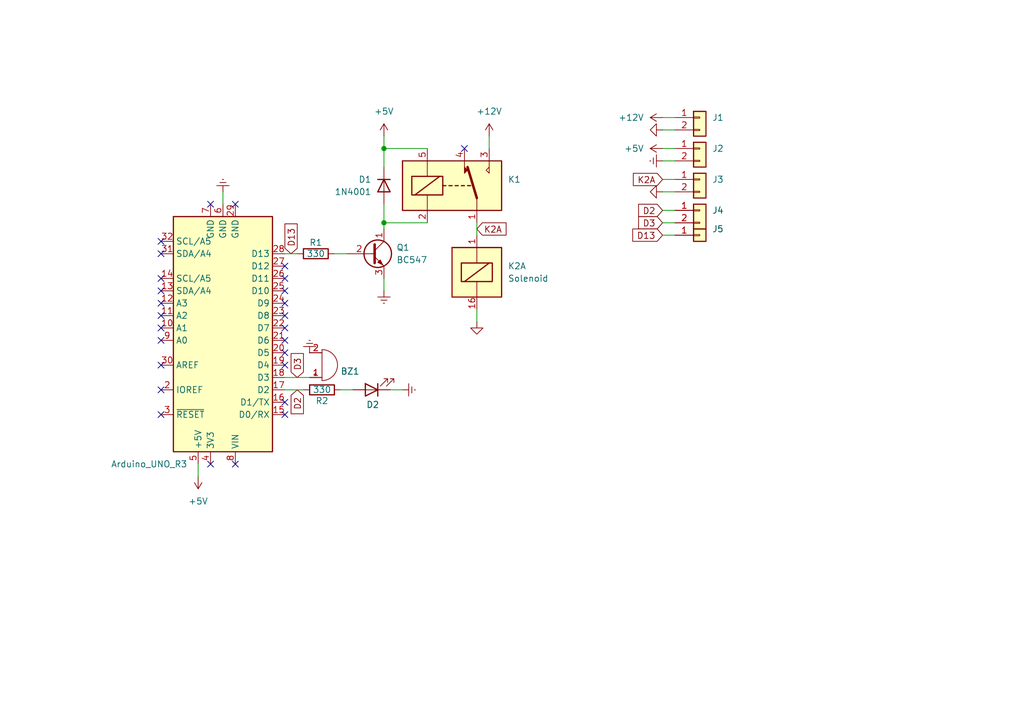
<source format=kicad_sch>
(kicad_sch (version 20231120) (generator "eeschema") (generator_version "8.0")
  (paper "A5")
  (lib_symbols
    (symbol "Connector_Generic:Conn_01x01" (pin_names (offset 1.016) hide)
      (property "Reference" "J" (at 0 2.54 0))
      (property "Value" "Conn_01x01" (at 0 -2.54 0))
      (symbol "Conn_01x01_1_1"
        (rectangle (start -1.27 0.127) (end 0 -0.127) (stroke (width 0.1524)))
        (rectangle (start -1.27 1.27) (end 1.27 -1.27) (stroke (width 0.254)) (fill (type background)))
        (pin passive line (at -5.08 0 0) (length 3.81) (name "Pin_1") (number "1"))
      )
    )
    (symbol "Connector_Generic:Conn_01x02" (pin_names (offset 1.016) hide)
      (property "Reference" "J" (at 0 2.54 0))
      (property "Value" "Conn_01x02" (at 0 -5.08 0))
      (symbol "Conn_01x02_1_1"
        (rectangle (start -1.27 -2.413) (end 0 -2.667) (stroke (width 0.1524)))
        (rectangle (start -1.27 0.127) (end 0 -0.127) (stroke (width 0.1524)))
        (rectangle (start -1.27 1.27) (end 1.27 -3.81) (stroke (width 0.254)) (fill (type background)))
        (pin passive line (at -5.08 0 0) (length 3.81) (name "Pin_1") (number "1"))
        (pin passive line (at -5.08 -2.54 0) (length 3.81) (name "Pin_2") (number "2"))
      )
    )
    (symbol "Device:Buzzer" (pin_names (offset 0.0254) hide)
      (property "Reference" "BZ" (at 3.81 1.27 0))
      (property "Value" "Buzzer" (at 3.81 -1.27 0))
      (symbol "Buzzer_0_1"
        (arc (start 0 -3.175) (mid 3.1612 0) (end 0 3.175))
        (polyline (pts (xy -1.651 1.905) (xy -1.143 1.905)))
        (polyline (pts (xy -1.397 2.159) (xy -1.397 1.651)))
        (polyline (pts (xy 0 3.175) (xy 0 -3.175)))
      )
      (symbol "Buzzer_1_1"
        (pin passive line (at -2.54 2.54 0) (length 2.54) (name "+") (number "1"))
        (pin passive line (at -2.54 -2.54 0) (length 2.54) (name "-") (number "2"))
      )
    )
    (symbol "Device:LED" (pin_numbers hide) (pin_names (offset 1.016) hide)
      (property "Reference" "D" (at 0 2.54 0))
      (property "Value" "LED" (at 0 -2.54 0))
      (symbol "LED_0_1"
        (polyline (pts (xy -1.27 -1.27) (xy -1.27 1.27)) (stroke (width 0.254)))
        (polyline (pts (xy -1.27 0) (xy 1.27 0)))
        (polyline (pts (xy 1.27 -1.27) (xy 1.27 1.27) (xy -1.27 0) (xy 1.27 -1.27)) (stroke (width 0.254)))
        (polyline (pts (xy -3.048 -0.762) (xy -4.572 -2.286) (xy -3.81 -2.286) (xy -4.572 -2.286) (xy -4.572 -1.524)))
        (polyline (pts (xy -1.778 -0.762) (xy -3.302 -2.286) (xy -2.54 -2.286) (xy -3.302 -2.286) (xy -3.302 -1.524)))
      )
      (symbol "LED_1_1"
        (pin passive line (at -3.81 0 0) (length 2.54) (name "K") (number "1"))
        (pin passive line (at 3.81 0 180) (length 2.54) (name "A") (number "2"))
      )
    )
    (symbol "Device:R" (pin_numbers hide) (pin_names (offset 0))
      (property "Reference" "R" (at 2.032 0 90))
      (property "Value" "R" (at 0 0 90))
      (symbol "R_0_1"
        (rectangle (start -1.016 -2.54) (end 1.016 2.54) (stroke (width 0.254)))
      )
      (symbol "R_1_1"
        (pin passive line (at 0 3.81 270) (length 1.27) (name "~") (number "1"))
        (pin passive line (at 0 -3.81 90) (length 1.27) (name "~") (number "2"))
      )
    )
    (symbol "Diode:1N4001" (pin_numbers hide) (pin_names hide)
      (property "Reference" "D" (at 0 2.54 0))
      (property "Value" "1N4001" (at 0 -2.54 0))
      (symbol "1N4001_0_1"
        (polyline (pts (xy -1.27 1.27) (xy -1.27 -1.27)) (stroke (width 0.254)))
        (polyline (pts (xy 1.27 0) (xy -1.27 0)))
        (polyline (pts (xy 1.27 1.27) (xy 1.27 -1.27) (xy -1.27 0) (xy 1.27 1.27)) (stroke (width 0.254)))
      )
      (symbol "1N4001_1_1"
        (pin passive line (at -3.81 0 0) (length 2.54) (name "K") (number "1"))
        (pin passive line (at 3.81 0 180) (length 2.54) (name "A") (number "2"))
      )
    )
    (symbol "MCU_Module:Arduino_UNO_R3"
      (property "Reference" "A" (at -10.16 23.495 0))
      (property "Value" "Arduino_UNO_R3" (at 5.08 -26.67 0))
      (symbol "Arduino_UNO_R3_0_1"
        (rectangle (start -10.16 22.86) (end 10.16 -25.4) (stroke (width 0.254)) (fill (type background)))
      )
      (symbol "Arduino_UNO_R3_1_1"
        (pin no_connect line (at -10.16 -20.32 0) (length 2.54) hide (name "NC") (number "1"))
        (pin bidirectional line (at 12.7 -2.54 180) (length 2.54) (name "A1") (number "10"))
        (pin bidirectional line (at 12.7 -5.08 180) (length 2.54) (name "A2") (number "11"))
        (pin bidirectional line (at 12.7 -7.62 180) (length 2.54) (name "A3") (number "12"))
        (pin bidirectional line (at 12.7 -10.16 180) (length 2.54) (name "SDA/A4") (number "13"))
        (pin bidirectional line (at 12.7 -12.7 180) (length 2.54) (name "SCL/A5") (number "14"))
        (pin bidirectional line (at -12.7 15.24 0) (length 2.54) (name "D0/RX") (number "15"))
        (pin bidirectional line (at -12.7 12.7 0) (length 2.54) (name "D1/TX") (number "16"))
        (pin bidirectional line (at -12.7 10.16 0) (length 2.54) (name "D2") (number "17"))
        (pin bidirectional line (at -12.7 7.62 0) (length 2.54) (name "D3") (number "18"))
        (pin bidirectional line (at -12.7 5.08 0) (length 2.54) (name "D4") (number "19"))
        (pin output line (at 12.7 10.16 180) (length 2.54) (name "IOREF") (number "2"))
        (pin bidirectional line (at -12.7 2.54 0) (length 2.54) (name "D5") (number "20"))
        (pin bidirectional line (at -12.7 0 0) (length 2.54) (name "D6") (number "21"))
        (pin bidirectional line (at -12.7 -2.54 0) (length 2.54) (name "D7") (number "22"))
        (pin bidirectional line (at -12.7 -5.08 0) (length 2.54) (name "D8") (number "23"))
        (pin bidirectional line (at -12.7 -7.62 0) (length 2.54) (name "D9") (number "24"))
        (pin bidirectional line (at -12.7 -10.16 0) (length 2.54) (name "D10") (number "25"))
        (pin bidirectional line (at -12.7 -12.7 0) (length 2.54) (name "D11") (number "26"))
        (pin bidirectional line (at -12.7 -15.24 0) (length 2.54) (name "D12") (number "27"))
        (pin bidirectional line (at -12.7 -17.78 0) (length 2.54) (name "D13") (number "28"))
        (pin power_in line (at -2.54 -27.94 90) (length 2.54) (name "GND") (number "29"))
        (pin input line (at 12.7 15.24 180) (length 2.54) (name "~{RESET}") (number "3"))
        (pin input line (at 12.7 5.08 180) (length 2.54) (name "AREF") (number "30"))
        (pin bidirectional line (at 12.7 -17.78 180) (length 2.54) (name "SDA/A4") (number "31"))
        (pin bidirectional line (at 12.7 -20.32 180) (length 2.54) (name "SCL/A5") (number "32"))
        (pin power_out line (at 2.54 25.4 270) (length 2.54) (name "3V3") (number "4"))
        (pin power_out line (at 5.08 25.4 270) (length 2.54) (name "+5V") (number "5"))
        (pin power_in line (at 0 -27.94 90) (length 2.54) (name "GND") (number "6"))
        (pin power_in line (at 2.54 -27.94 90) (length 2.54) (name "GND") (number "7"))
        (pin power_in line (at -2.54 25.4 270) (length 2.54) (name "VIN") (number "8"))
        (pin bidirectional line (at 12.7 0 180) (length 2.54) (name "A0") (number "9"))
      )
    )
    (symbol "Relay:G5V-2_Split"
      (property "Reference" "K" (at 6.35 1.27 0))
      (property "Value" "G5V-2_Split" (at 6.35 -1.27 0))
      (symbol "G5V-2_Split_1_1"
        (rectangle (start -5.08 5.08) (end 5.08 -5.08) (stroke (width 0.254)) (fill (type background)))
        (rectangle (start -3.175 1.905) (end 3.175 -1.905) (stroke (width 0.254)))
        (polyline (pts (xy -2.54 -1.905) (xy 2.54 1.905)) (stroke (width 0.254)))
        (polyline (pts (xy 0 -5.08) (xy 0 -1.905)))
        (polyline (pts (xy 0 5.08) (xy 0 1.905)))
        (pin passive line (at 0 7.62 270) (length 2.54) (name "~") (number "1"))
        (pin passive line (at 0 -7.62 90) (length 2.54) (name "~") (number "16"))
      )
      (symbol "G5V-2_Split_2_1"
        (polyline (pts (xy 0 -2.54) (xy -1.905 3.81)) (stroke (width 0.508)))
        (polyline (pts (xy 0 -2.54) (xy 0 -5.08)))
        (polyline (pts (xy -2.54 5.08) (xy -2.54 2.54) (xy -1.905 3.175) (xy -2.54 3.81)) (fill (type outline)))
        (polyline (pts (xy 2.54 5.08) (xy 2.54 2.54) (xy 1.905 3.175) (xy 2.54 3.81)))
        (pin passive line (at 0 -7.62 90) (length 2.54) (name "~") (number "4"))
        (pin passive line (at -2.54 7.62 270) (length 2.54) (name "~") (number "6"))
        (pin passive line (at 2.54 7.62 270) (length 2.54) (name "~") (number "8"))
      )
      (symbol "G5V-2_Split_3_1"
        (polyline (pts (xy 0 -2.54) (xy -1.905 3.81)) (stroke (width 0.508)))
        (polyline (pts (xy 0 -2.54) (xy 0 -5.08)))
        (polyline (pts (xy -2.54 5.08) (xy -2.54 2.54) (xy -1.905 3.175) (xy -2.54 3.81)) (fill (type outline)))
        (polyline (pts (xy 2.54 5.08) (xy 2.54 2.54) (xy 1.905 3.175) (xy 2.54 3.81)))
        (pin passive line (at -2.54 7.62 270) (length 2.54) (name "~") (number "11"))
        (pin passive line (at 0 -7.62 90) (length 2.54) (name "~") (number "13"))
        (pin passive line (at 2.54 7.62 270) (length 2.54) (name "~") (number "9"))
      )
    )
    (symbol "Relay:SANYOU_SRD_Form_C"
      (property "Reference" "K" (at 11.43 3.81 0))
      (property "Value" "SANYOU_SRD_Form_C" (at 11.43 1.27 0))
      (symbol "SANYOU_SRD_Form_C_0_0"
        (polyline (pts (xy 7.62 5.08) (xy 7.62 2.54) (xy 6.985 3.175) (xy 7.62 3.81)))
      )
      (symbol "SANYOU_SRD_Form_C_0_1"
        (rectangle (start -10.16 5.08) (end 10.16 -5.08) (stroke (width 0.254)) (fill (type background)))
        (rectangle (start -8.255 1.905) (end -1.905 -1.905) (stroke (width 0.254)))
        (polyline (pts (xy -7.62 -1.905) (xy -2.54 1.905)) (stroke (width 0.254)))
        (polyline (pts (xy -5.08 -5.08) (xy -5.08 -1.905)))
        (polyline (pts (xy -5.08 5.08) (xy -5.08 1.905)))
        (polyline (pts (xy -1.905 0) (xy -1.27 0)) (stroke (width 0.254)))
        (polyline (pts (xy -0.635 0) (xy 0 0)) (stroke (width 0.254)))
        (polyline (pts (xy 0.635 0) (xy 1.27 0)) (stroke (width 0.254)))
        (polyline (pts (xy 1.905 0) (xy 2.54 0)) (stroke (width 0.254)))
        (polyline (pts (xy 3.175 0) (xy 3.81 0)) (stroke (width 0.254)))
        (polyline (pts (xy 5.08 -2.54) (xy 3.175 3.81)) (stroke (width 0.508)))
        (polyline (pts (xy 5.08 -2.54) (xy 5.08 -5.08)))
      )
      (symbol "SANYOU_SRD_Form_C_1_1"
        (polyline (pts (xy 2.54 3.81) (xy 3.175 3.175) (xy 2.54 2.54) (xy 2.54 5.08)) (fill (type outline)))
        (pin passive line (at 5.08 -7.62 90) (length 2.54) (name "~") (number "1"))
        (pin passive line (at -5.08 -7.62 90) (length 2.54) (name "~") (number "2"))
        (pin passive line (at 7.62 7.62 270) (length 2.54) (name "~") (number "3"))
        (pin passive line (at 2.54 7.62 270) (length 2.54) (name "~") (number "4"))
        (pin passive line (at -5.08 7.62 270) (length 2.54) (name "~") (number "5"))
      )
    )
    (symbol "Transistor_BJT:BC547" (pin_names (offset 0) hide)
      (property "Reference" "Q" (at 5.08 1.905 0))
      (property "Value" "BC547" (at 5.08 0 0))
      (symbol "BC547_0_1"
        (polyline (pts (xy 0 0) (xy 0.635 0)))
        (polyline (pts (xy 0.635 0.635) (xy 2.54 2.54)))
        (polyline (pts (xy 0.635 -0.635) (xy 2.54 -2.54) (xy 2.54 -2.54)))
        (polyline (pts (xy 0.635 1.905) (xy 0.635 -1.905) (xy 0.635 -1.905)) (stroke (width 0.508)))
        (polyline (pts (xy 1.27 -1.778) (xy 1.778 -1.27) (xy 2.286 -2.286) (xy 1.27 -1.778) (xy 1.27 -1.778)) (fill (type outline)))
        (circle (center 1.27 0) (radius 2.8194) (stroke (width 0.254)))
      )
      (symbol "BC547_1_1"
        (pin passive line (at 2.54 5.08 270) (length 2.54) (name "C") (number "1"))
        (pin input line (at -5.08 0 0) (length 5.08) (name "B") (number "2"))
        (pin passive line (at 2.54 -5.08 90) (length 2.54) (name "E") (number "3"))
      )
    )
    (symbol "power:+12V" (power) (pin_numbers hide) (pin_names (offset 0) hide)
      (property "Value" "+12V" (at 0 3.556 0))
      (symbol "+12V_0_1"
        (polyline (pts (xy -0.762 1.27) (xy 0 2.54)))
        (polyline (pts (xy 0 0) (xy 0 2.54)))
        (polyline (pts (xy 0 2.54) (xy 0.762 1.27)))
      )
      (symbol "+12V_1_1"
        (pin power_in line (at 0 0 90) (length 0) (name "~") (number "1"))
      )
    )
    (symbol "power:GND1" (power) (pin_numbers hide) (pin_names (offset 0) hide)
      (property "Value" "GND1" (at 0 -3.81 0))
      (symbol "GND1_0_1"
        (polyline (pts (xy 0 0) (xy 0 -1.27) (xy 1.27 -1.27) (xy 0 -2.54) (xy -1.27 -1.27) (xy 0 -1.27)))
      )
      (symbol "GND1_1_1"
        (pin power_in line (at 0 0 270) (length 0) (name "~") (number "1"))
      )
    )
    (symbol "power:GNDREF" (power) (pin_numbers hide) (pin_names (offset 0) hide)
      (property "Value" "GNDREF" (at 0 -3.81 0))
      (symbol "GNDREF_0_1"
        (polyline (pts (xy -0.635 -1.905) (xy 0.635 -1.905)))
        (polyline (pts (xy -0.127 -2.54) (xy 0.127 -2.54)))
        (polyline (pts (xy 0 -1.27) (xy 0 0)))
        (polyline (pts (xy 1.27 -1.27) (xy -1.27 -1.27)))
      )
      (symbol "GNDREF_1_1"
        (pin power_in line (at 0 0 270) (length 0) (name "~") (number "1"))
      )
    )
  )
  (junction (at 78.74 30.48))
  (junction (at 78.74 45.72))
  (no_connect (at 33.02 64.77))
  (no_connect (at 43.18 95.25))
  (no_connect (at 33.02 57.15))
  (no_connect (at 58.42 62.23))
  (no_connect (at 58.42 57.15))
  (no_connect (at 58.42 67.31))
  (no_connect (at 33.02 52.07))
  (no_connect (at 33.02 69.85))
  (no_connect (at 33.02 74.93))
  (no_connect (at 48.26 41.91))
  (no_connect (at 43.18 41.91))
  (no_connect (at 48.26 95.25))
  (no_connect (at 58.42 64.77))
  (no_connect (at 33.02 49.53))
  (no_connect (at 58.42 72.39))
  (no_connect (at 58.42 74.93))
  (no_connect (at 33.02 62.23))
  (no_connect (at 33.02 85.09))
  (no_connect (at 58.42 85.09))
  (no_connect (at 58.42 59.69))
  (no_connect (at 58.42 69.85))
  (no_connect (at 58.42 54.61))
  (no_connect (at 33.02 59.69))
  (no_connect (at 33.02 67.31))
  (no_connect (at 58.42 82.55))
  (no_connect (at 95.25 30.48))
  (no_connect (at 33.02 80.01))
  (wire (pts (xy 78.74 30.48) (xy 78.74 34.29)))
  (wire (pts (xy 78.74 27.94) (xy 78.74 30.48)))
  (wire (pts (xy 58.42 77.47) (xy 63.5 77.47)))
  (wire (pts (xy 71.12 52.07) (xy 68.58 52.07)))
  (wire (pts (xy 138.43 30.48) (xy 135.89 30.48)))
  (wire (pts (xy 100.33 27.94) (xy 100.33 30.48)))
  (wire (pts (xy 138.43 39.37) (xy 135.89 39.37)))
  (wire (pts (xy 135.89 43.18) (xy 138.43 43.18)))
  (wire (pts (xy 78.74 57.15) (xy 78.74 59.69)))
  (wire (pts (xy 78.74 45.72) (xy 87.63 45.72)))
  (wire (pts (xy 40.64 97.79) (xy 40.64 95.25)))
  (wire (pts (xy 87.63 30.48) (xy 78.74 30.48)))
  (wire (pts (xy 60.96 52.07) (xy 58.42 52.07)))
  (wire (pts (xy 97.79 63.5) (xy 97.79 66.04)))
  (wire (pts (xy 72.39 80.01) (xy 69.85 80.01)))
  (wire (pts (xy 45.72 39.37) (xy 45.72 41.91)))
  (wire (pts (xy 135.89 45.72) (xy 138.43 45.72)))
  (wire (pts (xy 138.43 24.13) (xy 135.89 24.13)))
  (wire (pts (xy 135.89 48.26) (xy 138.43 48.26)))
  (wire (pts (xy 138.43 26.67) (xy 135.89 26.67)))
  (wire (pts (xy 97.79 48.26) (xy 97.79 45.72)))
  (wire (pts (xy 62.23 80.01) (xy 58.42 80.01)))
  (wire (pts (xy 78.74 41.91) (xy 78.74 45.72)))
  (wire (pts (xy 78.74 45.72) (xy 78.74 46.99)))
  (wire (pts (xy 138.43 33.02) (xy 135.89 33.02)))
  (wire (pts (xy 82.55 80.01) (xy 80.01 80.01)))
  (wire (pts (xy 138.43 36.83) (xy 135.89 36.83)))
  (global_label "D13" (shape input) (at 135.89 48.26 180) (property "Intersheetrefs" "${INTERSHEET_REFS}" (effects (hide yes))))
  (global_label "D3" (shape input) (at 60.96 77.47 90) (property "Intersheetrefs" "${INTERSHEET_REFS}" (effects (hide yes))))
  (global_label "D3" (shape input) (at 135.89 45.72 180) (property "Intersheetrefs" "${INTERSHEET_REFS}" (effects (hide yes))))
  (global_label "D13" (shape input) (at 59.69 52.07 90) (property "Intersheetrefs" "${INTERSHEET_REFS}" (effects (hide yes))))
  (global_label "K2A" (shape input) (at 135.89 36.83 180) (property "Intersheetrefs" "${INTERSHEET_REFS}" (effects (hide yes))))
  (global_label "D2" (shape input) (at 135.89 43.18 180) (property "Intersheetrefs" "${INTERSHEET_REFS}" (effects (hide yes))))
  (global_label "K2A" (shape input) (at 97.79 46.99 0) (property "Intersheetrefs" "${INTERSHEET_REFS}" (effects (hide yes))))
  (global_label "D2" (shape input) (at 60.96 80.01 270) (property "Intersheetrefs" "${INTERSHEET_REFS}" (effects (hide yes))))
  (symbol (lib_id "Transistor_BJT:BC547") (at 76.2 52.07 0) (unit 1)
    (property "Reference" "Q1" (at 81.28 50.7999 0) (effects (justify left)))
    (property "Value" "BC547" (at 81.28 53.3399 0) (effects (justify left)))
    (property "Footprint" "Package_TO_SOT_THT:TO-92_Inline" (effects (hide yes)))
    (property "Datasheet" "https://www.onsemi.com/pub/Collateral/BC550-D.pdf" (effects (hide yes)))
    (property "Description" "0.1A Ic, 45V Vce, Small Signal NPN Transistor, TO-92" (effects (hide yes)))
  )
  (symbol (lib_id "power:+12V") (at 78.74 27.94 0) (unit 1)
    (property "Reference" "#PWR07" (effects (hide yes)))
    (property "Value" "+5V" (at 78.74 22.86 0))
    (property "Description" "Power symbol creates a global label with name \"+12V\"" (effects (hide yes)))
  )
  (symbol (lib_id "Device:Buzzer") (at 66.04 74.93 0) (mirror x) (unit 1)
    (property "Reference" "BZ1" (at 69.85 76.2001 0) (effects (justify left)))
    (property "Value" "Buzzer" (effects (hide yes)))
    (property "Footprint" "Buzzer_Beeper:Buzzer_12x9.5RM7.6" (effects (hide yes)))
    (property "Description" "Buzzer, polarized" (effects (hide yes)))
  )
  (symbol (lib_id "Connector_Generic:Conn_01x01") (at 143.51 48.26 0) (unit 1)
    (property "Reference" "J5" (at 146.05 46.9899 0) (effects (justify left)))
    (property "Value" "Conn_01x01" (effects (hide yes)))
    (property "Footprint" "Connector_PinHeader_2.54mm:PinHeader_1x01_P2.54mm_Vertical" (effects (hide yes)))
    (property "Description" "Generic connector, single row, 01x01, script generated (kicad-library-utils/schlib/autogen/connector/)" (effects (hide yes)))
  )
  (symbol (lib_id "Diode:1N4001") (at 78.74 38.1 90) (mirror x) (unit 1)
    (property "Reference" "D1" (at 76.2 36.8299 90) (effects (justify left)))
    (property "Value" "1N4001" (at 76.2 39.3699 90) (effects (justify left)))
    (property "Footprint" "Diode_THT:D_DO-41_SOD81_P10.16mm_Horizontal" (effects (hide yes)))
    (property "Datasheet" "http://www.vishay.com/docs/88503/1n4001.pdf" (effects (hide yes)))
    (property "Description" "50V 1A General Purpose Rectifier Diode, DO-41" (effects (hide yes)))
    (property "Sim.Device" "D" (effects (hide yes)))
    (property "Sim.Pins" "1=K 2=A" (effects (hide yes)))
  )
  (symbol (lib_id "MCU_Module:Arduino_UNO_R3") (at 45.72 69.85 180) (unit 1) (on_board no)
    (property "Reference" "A1" (effects (hide yes)))
    (property "Value" "Arduino_UNO_R3" (at 38.4459 95.25 0) (effects (justify left)))
    (property "Footprint" "Module:Arduino_UNO_R3" (effects (hide yes)))
    (property "Datasheet" "https://www.arduino.cc/en/Main/arduinoBoardUno" (effects (hide yes)))
    (property "Description" "Arduino UNO Microcontroller Module, release 3" (effects (hide yes)))
  )
  (symbol (lib_id "Device:R") (at 64.77 52.07 90) (unit 1)
    (property "Reference" "R1" (at 64.77 49.784 90))
    (property "Value" "330" (at 64.77 52.07 90))
    (property "Footprint" "Resistor_SMD:R_1206_3216Metric" (effects (hide yes)))
    (property "Description" "Resistor" (effects (hide yes)))
  )
  (symbol (lib_id "Connector_Generic:Conn_01x02") (at 143.51 24.13 0) (unit 1)
    (property "Reference" "J1" (at 146.05 24.1299 0) (effects (justify left)))
    (property "Value" "Conn_01x02" (effects (hide yes)))
    (property "Footprint" "TerminalBlock_Phoenix:TerminalBlock_Phoenix_MKDS-1,5-2-5.08_1x02_P5.08mm_Horizontal" (effects (hide yes)))
    (property "Description" "Generic connector, single row, 01x02, script generated (kicad-library-utils/schlib/autogen/connector/)" (effects (hide yes)))
  )
  (symbol (lib_id "power:GNDREF") (at 45.72 39.37 180) (unit 1)
    (property "Reference" "#PWR05" (effects (hide yes)))
    (property "Value" "GNDREF" (effects (hide yes)))
    (property "Description" "Power symbol creates a global label with name \"GNDREF\" , reference supply ground" (effects (hide yes)))
  )
  (symbol (lib_id "power:GND1") (at 135.89 26.67 270) (unit 1)
    (property "Reference" "#PWR010" (effects (hide yes)))
    (property "Value" "GND1" (effects (hide yes)))
    (property "Description" "Power symbol creates a global label with name \"GND1\" , ground" (effects (hide yes)))
  )
  (symbol (lib_id "power:GND1") (at 135.89 39.37 270) (unit 1)
    (property "Reference" "#PWR02" (effects (hide yes)))
    (property "Value" "GND1" (effects (hide yes)))
    (property "Description" "Power symbol creates a global label with name \"GND1\" , ground" (effects (hide yes)))
  )
  (symbol (lib_id "Connector_Generic:Conn_01x02") (at 143.51 43.18 0) (unit 1)
    (property "Reference" "J4" (at 146.05 43.1799 0) (effects (justify left)))
    (property "Value" "Conn_01x02" (effects (hide yes)))
    (property "Footprint" "Connector_PinHeader_2.54mm:PinHeader_1x02_P2.54mm_Vertical" (effects (hide yes)))
    (property "Description" "Generic connector, single row, 01x02, script generated (kicad-library-utils/schlib/autogen/connector/)" (effects (hide yes)))
  )
  (symbol (lib_id "Device:LED") (at 76.2 80.01 180) (unit 1)
    (property "Reference" "D2" (at 76.454 83.058 0))
    (property "Value" "LED" (effects (hide yes)))
    (property "Footprint" "LED_SMD:LED_1206_3216Metric" (effects (hide yes)))
    (property "Description" "Light emitting diode" (effects (hide yes)))
  )
  (symbol (lib_id "power:GNDREF") (at 135.89 33.02 270) (unit 1)
    (property "Reference" "#PWR011" (effects (hide yes)))
    (property "Value" "GNDREF" (effects (hide yes)))
    (property "Description" "Power symbol creates a global label with name \"GNDREF\" , reference supply ground" (effects (hide yes)))
  )
  (symbol (lib_id "Device:R") (at 66.04 80.01 90) (mirror x) (unit 1)
    (property "Reference" "R2" (at 66.04 81.534 90) (effects (justify top)))
    (property "Value" "330" (at 66.04 79.248 90) (effects (justify top)))
    (property "Footprint" "Resistor_SMD:R_1206_3216Metric" (effects (hide yes)))
    (property "Description" "Resistor" (effects (hide yes)))
  )
  (symbol (lib_id "Relay:SANYOU_SRD_Form_C") (at 92.71 38.1 0) (unit 1)
    (property "Reference" "K1" (at 104.14 36.8299 0) (effects (justify left)))
    (property "Value" "SANYOU_SRD_Form_C" (effects (hide yes)))
    (property "Footprint" "Relay_THT:Relay_SPDT_SANYOU_SRD_Series_Form_C" (effects (hide yes)))
    (property "Datasheet" "http://www.sanyourelay.ca/public/products/pdf/SRD.pdf" (effects (hide yes)))
    (property "Description" "Sanyo SRD relay, Single Pole Miniature Power Relay," (effects (hide yes)))
  )
  (symbol (lib_id "Connector_Generic:Conn_01x02") (at 143.51 36.83 0) (unit 1)
    (property "Reference" "J3" (at 146.05 36.8299 0) (effects (justify left)))
    (property "Value" "Conn_01x02" (effects (hide yes)))
    (property "Footprint" "Connector_JST:JST_XH_B2B-XH-A_1x02_P2.50mm_Vertical" (effects (hide yes)))
    (property "Description" "Generic connector, single row, 01x02, script generated (kicad-library-utils/schlib/autogen/connector/)" (effects (hide yes)))
  )
  (symbol (lib_id "power:GNDREF") (at 78.74 59.69 0) (unit 1)
    (property "Reference" "#PWR01" (effects (hide yes)))
    (property "Value" "GNDREF" (effects (hide yes)))
    (property "Description" "Power symbol creates a global label with name \"GNDREF\" , reference supply ground" (effects (hide yes)))
  )
  (symbol (lib_id "power:GNDREF") (at 63.5 72.39 180) (unit 1)
    (property "Reference" "#PWR03" (effects (hide yes)))
    (property "Value" "GNDREF" (effects (hide yes)))
    (property "Description" "Power symbol creates a global label with name \"GNDREF\" , reference supply ground" (effects (hide yes)))
  )
  (symbol (lib_id "power:+12V") (at 100.33 27.94 0) (unit 1)
    (property "Reference" "#PWR06" (effects (hide yes)))
    (property "Value" "+12V" (at 100.33 22.86 0))
    (property "Description" "Power symbol creates a global label with name \"+12V\"" (effects (hide yes)))
  )
  (symbol (lib_id "power:+12V") (at 135.89 24.13 90) (unit 1)
    (property "Reference" "#PWR08" (effects (hide yes)))
    (property "Value" "+12V" (at 132.08 24.1299 90) (effects (justify left)))
    (property "Description" "Power symbol creates a global label with name \"+12V\"" (effects (hide yes)))
  )
  (symbol (lib_id "power:+12V") (at 40.64 97.79 180) (unit 1)
    (property "Reference" "#PWR012" (effects (hide yes)))
    (property "Value" "+5V" (at 40.64 102.87 0))
    (property "Description" "Power symbol creates a global label with name \"+12V\"" (effects (hide yes)))
  )
  (symbol (lib_id "power:GND1") (at 97.79 66.04 0) (unit 1)
    (property "Reference" "#PWR013" (effects (hide yes)))
    (property "Value" "GND1" (effects (hide yes)))
    (property "Description" "Power symbol creates a global label with name \"GND1\" , ground" (effects (hide yes)))
  )
  (symbol (lib_id "Relay:G5V-2_Split") (at 97.79 55.88 0) (unit 1) (on_board no)
    (property "Reference" "K2" (at 104.14 54.6099 0) (effects (justify left)))
    (property "Value" "Solenoid" (at 104.14 57.1499 0) (effects (justify left)))
    (property "Footprint" "Relay_THT:Relay_DPDT_Omron_G5V-2" (effects (hide yes)))
    (property "Datasheet" "http://omronfs.omron.com/en_US/ecb/products/pdf/en-g5v_2.pdf" (effects (hide yes)))
    (property "Description" "Relay Miniature Omron DPDT" (effects (hide yes)))
  )
  (symbol (lib_id "power:+12V") (at 135.89 30.48 90) (unit 1)
    (property "Reference" "#PWR09" (effects (hide yes)))
    (property "Value" "+5V" (at 132.08 30.4799 90) (effects (justify left)))
    (property "Description" "Power symbol creates a global label with name \"+12V\"" (effects (hide yes)))
  )
  (symbol (lib_id "Connector_Generic:Conn_01x02") (at 143.51 30.48 0) (unit 1)
    (property "Reference" "J2" (at 146.05 30.4799 0) (effects (justify left)))
    (property "Value" "Conn_01x02" (effects (hide yes)))
    (property "Footprint" "Connector_PinHeader_2.54mm:PinHeader_1x02_P2.54mm_Vertical" (effects (hide yes)))
    (property "Description" "Generic connector, single row, 01x02, script generated (kicad-library-utils/schlib/autogen/connector/)" (effects (hide yes)))
  )
  (symbol (lib_id "power:GNDREF") (at 82.55 80.01 90) (unit 1)
    (property "Reference" "#PWR04" (effects (hide yes)))
    (property "Value" "GNDREF" (effects (hide yes)))
    (property "Description" "Power symbol creates a global label with name \"GNDREF\" , reference supply ground" (effects (hide yes)))
  )
)
</source>
